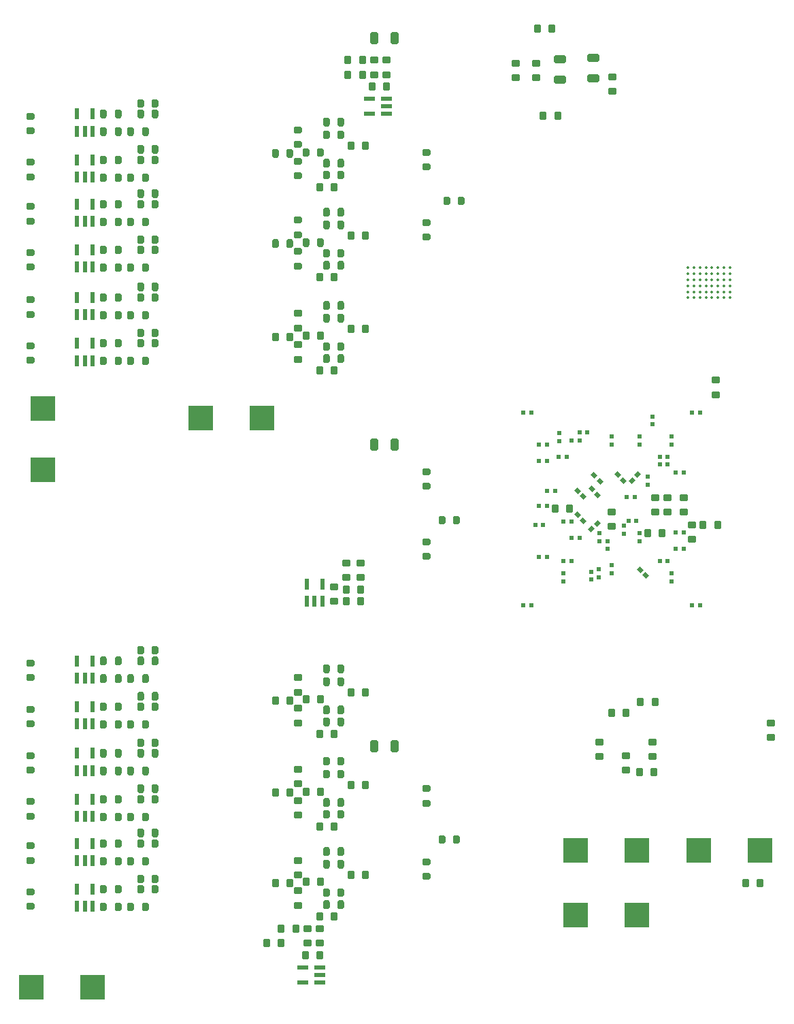
<source format=gbp>
%FSAX43Y43*%
%MOMM*%
G71*
G01*
G75*
G04 Layer_Color=128*
%ADD10C,0.175*%
%ADD11C,0.200*%
%ADD12O,1.270X0.762*%
%ADD13R,1.270X0.762*%
%ADD14O,0.700X0.400*%
G04:AMPARAMS|DCode=15|XSize=0.4mm|YSize=0.7mm|CornerRadius=0mm|HoleSize=0mm|Usage=FLASHONLY|Rotation=135.000|XOffset=0mm|YOffset=0mm|HoleType=Round|Shape=Round|*
%AMOVALD15*
21,1,0.300,0.400,0.000,0.000,225.0*
1,1,0.400,0.106,0.106*
1,1,0.400,-0.106,-0.106*
%
%ADD15OVALD15*%

%ADD16R,0.500X0.600*%
G04:AMPARAMS|DCode=17|XSize=0.8mm|YSize=1mm|CornerRadius=0.08mm|HoleSize=0mm|Usage=FLASHONLY|Rotation=90.000|XOffset=0mm|YOffset=0mm|HoleType=Round|Shape=RoundedRectangle|*
%AMROUNDEDRECTD17*
21,1,0.800,0.840,0,0,90.0*
21,1,0.640,1.000,0,0,90.0*
1,1,0.160,0.420,0.320*
1,1,0.160,0.420,-0.320*
1,1,0.160,-0.420,-0.320*
1,1,0.160,-0.420,0.320*
%
%ADD17ROUNDEDRECTD17*%
G04:AMPARAMS|DCode=18|XSize=0.8mm|YSize=1mm|CornerRadius=0.08mm|HoleSize=0mm|Usage=FLASHONLY|Rotation=0.000|XOffset=0mm|YOffset=0mm|HoleType=Round|Shape=RoundedRectangle|*
%AMROUNDEDRECTD18*
21,1,0.800,0.840,0,0,0.0*
21,1,0.640,1.000,0,0,0.0*
1,1,0.160,0.320,-0.420*
1,1,0.160,-0.320,-0.420*
1,1,0.160,-0.320,0.420*
1,1,0.160,0.320,0.420*
%
%ADD18ROUNDEDRECTD18*%
%ADD19O,2.100X6.000*%
%ADD20O,2.100X6.000*%
G04:AMPARAMS|DCode=21|XSize=1mm|YSize=2mm|CornerRadius=0.1mm|HoleSize=0mm|Usage=FLASHONLY|Rotation=90.000|XOffset=0mm|YOffset=0mm|HoleType=Round|Shape=RoundedRectangle|*
%AMROUNDEDRECTD21*
21,1,1.000,1.800,0,0,90.0*
21,1,0.800,2.000,0,0,90.0*
1,1,0.200,0.900,0.400*
1,1,0.200,0.900,-0.400*
1,1,0.200,-0.900,-0.400*
1,1,0.200,-0.900,0.400*
%
%ADD21ROUNDEDRECTD21*%
G04:AMPARAMS|DCode=22|XSize=1mm|YSize=1.5mm|CornerRadius=0.1mm|HoleSize=0mm|Usage=FLASHONLY|Rotation=0.000|XOffset=0mm|YOffset=0mm|HoleType=Round|Shape=RoundedRectangle|*
%AMROUNDEDRECTD22*
21,1,1.000,1.300,0,0,0.0*
21,1,0.800,1.500,0,0,0.0*
1,1,0.200,0.400,-0.650*
1,1,0.200,-0.400,-0.650*
1,1,0.200,-0.400,0.650*
1,1,0.200,0.400,0.650*
%
%ADD22ROUNDEDRECTD22*%
G04:AMPARAMS|DCode=23|XSize=1mm|YSize=1.5mm|CornerRadius=0.1mm|HoleSize=0mm|Usage=FLASHONLY|Rotation=90.000|XOffset=0mm|YOffset=0mm|HoleType=Round|Shape=RoundedRectangle|*
%AMROUNDEDRECTD23*
21,1,1.000,1.300,0,0,90.0*
21,1,0.800,1.500,0,0,90.0*
1,1,0.200,0.650,0.400*
1,1,0.200,0.650,-0.400*
1,1,0.200,-0.650,-0.400*
1,1,0.200,-0.650,0.400*
%
%ADD23ROUNDEDRECTD23*%
%ADD24O,1.000X0.250*%
%ADD25O,0.250X1.000*%
%ADD26R,0.250X1.000*%
%ADD27R,1.600X1.000*%
%ADD28R,5.700X5.500*%
%ADD29R,1.000X1.600*%
%ADD30R,5.500X5.700*%
%ADD31O,0.300X1.800*%
%ADD32O,1.800X0.300*%
%ADD33R,1.800X0.300*%
%ADD34R,1.400X0.450*%
%ADD35R,1.400X0.450*%
%ADD36R,1.400X0.450*%
%ADD37R,2.400X1.000*%
%ADD38R,2.400X3.300*%
%ADD39R,0.381X1.778*%
%ADD40O,0.381X1.778*%
%ADD41R,2.108X1.270*%
G04:AMPARAMS|DCode=42|XSize=2.108mm|YSize=1.27mm|CornerRadius=0mm|HoleSize=0mm|Usage=FLASHONLY|Rotation=0.000|XOffset=0mm|YOffset=0mm|HoleType=Round|Shape=Octagon|*
%AMOCTAGOND42*
4,1,8,1.054,-0.318,1.054,0.318,0.737,0.635,-0.737,0.635,-1.054,0.318,-1.054,-0.318,-0.737,-0.635,0.737,-0.635,1.054,-0.318,0.0*
%
%ADD42OCTAGOND42*%

%ADD43R,1.778X0.381*%
%ADD44O,1.778X0.381*%
%ADD45C,0.500*%
%ADD46O,0.250X0.900*%
%ADD47O,0.900X0.250*%
%ADD48R,0.900X0.250*%
%ADD49R,2.340X2.340*%
%ADD50O,1.016X0.305*%
%ADD51O,0.305X0.813*%
%ADD52O,0.305X1.016*%
%ADD53O,0.813X0.305*%
%ADD54R,0.600X0.500*%
%ADD55R,4.600X0.810*%
%ADD56R,4.600X0.610*%
%ADD57R,3.048X3.048*%
%ADD58O,0.250X1.600*%
%ADD59O,1.600X0.250*%
%ADD60R,1.600X0.250*%
%ADD61C,0.600*%
%ADD62C,0.800*%
%ADD63C,0.400*%
%ADD64C,0.150*%
%ADD65C,0.254*%
%ADD66C,0.508*%
%ADD67C,0.500*%
%ADD68C,0.300*%
%ADD69R,6.100X6.100*%
%ADD70C,1.850*%
%ADD71R,1.850X1.850*%
%ADD72C,1.800*%
%ADD73C,3.800*%
%ADD74R,1.600X1.600*%
%ADD75C,1.600*%
%ADD76C,1.575*%
%ADD77R,1.575X1.575*%
%ADD78C,3.000*%
%ADD79C,1.500*%
%ADD80C,1.690*%
%ADD81C,4.500*%
%ADD82C,1.200*%
%ADD83C,0.300*%
%ADD84C,0.600*%
%ADD85C,0.800*%
%ADD86C,1.000*%
%ADD87C,0.700*%
%ADD88C,5.000*%
%ADD89C,1.016*%
G04:AMPARAMS|DCode=90|XSize=2.2mm|YSize=2.2mm|CornerRadius=0mm|HoleSize=0mm|Usage=FLASHONLY|Rotation=0.000|XOffset=0mm|YOffset=0mm|HoleType=Round|Shape=Relief|Width=0.175mm|Gap=0.3mm|Entries=4|*
%AMTHD90*
7,0,0,2.200,1.600,0.175,45*
%
%ADD90THD90*%
%ADD91C,2.700*%
%ADD92C,1.320*%
%ADD93C,1.416*%
%ADD94C,3.400*%
%ADD95C,1.400*%
G04:AMPARAMS|DCode=96|XSize=2.29mm|YSize=2.29mm|CornerRadius=0mm|HoleSize=0mm|Usage=FLASHONLY|Rotation=0.000|XOffset=0mm|YOffset=0mm|HoleType=Round|Shape=Relief|Width=0.175mm|Gap=0.3mm|Entries=4|*
%AMTHD96*
7,0,0,2.290,1.690,0.175,45*
%
%ADD96THD96*%
%ADD97C,1.490*%
G04:AMPARAMS|DCode=98|XSize=4.4mm|YSize=4.4mm|CornerRadius=0mm|HoleSize=0mm|Usage=FLASHONLY|Rotation=0.000|XOffset=0mm|YOffset=0mm|HoleType=Round|Shape=Relief|Width=0.175mm|Gap=0.3mm|Entries=4|*
%AMTHD98*
7,0,0,4.400,3.800,0.175,45*
%
%ADD98THD98*%
G04:AMPARAMS|DCode=99|XSize=4.44mm|YSize=4.44mm|CornerRadius=0mm|HoleSize=0mm|Usage=FLASHONLY|Rotation=0.000|XOffset=0mm|YOffset=0mm|HoleType=Round|Shape=Relief|Width=0.175mm|Gap=0.3mm|Entries=4|*
%AMTHD99*
7,0,0,4.440,3.840,0.175,45*
%
%ADD99THD99*%
%ADD100C,1.100*%
%ADD101C,0.520*%
%ADD102C,0.700*%
%ADD103C,0.800*%
%ADD104C,0.900*%
%ADD105C,1.000*%
G04:AMPARAMS|DCode=106|XSize=1.6mm|YSize=1.6mm|CornerRadius=0mm|HoleSize=0mm|Usage=FLASHONLY|Rotation=0.000|XOffset=0mm|YOffset=0mm|HoleType=Round|Shape=Relief|Width=0.175mm|Gap=0.3mm|Entries=4|*
%AMTHD106*
7,0,0,1.600,1.000,0.175,45*
%
%ADD106THD106*%
%ADD107C,0.120*%
G04:AMPARAMS|DCode=108|XSize=2.3mm|YSize=2.3mm|CornerRadius=0mm|HoleSize=0mm|Usage=FLASHONLY|Rotation=0.000|XOffset=0mm|YOffset=0mm|HoleType=Round|Shape=Relief|Width=0.175mm|Gap=0.3mm|Entries=4|*
%AMTHD108*
7,0,0,2.300,1.700,0.175,45*
%
%ADD108THD108*%
G04:AMPARAMS|DCode=109|XSize=3.5mm|YSize=3.5mm|CornerRadius=0mm|HoleSize=0mm|Usage=FLASHONLY|Rotation=0.000|XOffset=0mm|YOffset=0mm|HoleType=Round|Shape=Relief|Width=0.175mm|Gap=0.3mm|Entries=4|*
%AMTHD109*
7,0,0,3.500,2.900,0.175,45*
%
%ADD109THD109*%
G04:AMPARAMS|DCode=110|XSize=2.12mm|YSize=2.12mm|CornerRadius=0mm|HoleSize=0mm|Usage=FLASHONLY|Rotation=0.000|XOffset=0mm|YOffset=0mm|HoleType=Round|Shape=Relief|Width=0.175mm|Gap=0.3mm|Entries=4|*
%AMTHD110*
7,0,0,2.120,1.520,0.175,45*
%
%ADD110THD110*%
G04:AMPARAMS|DCode=111|XSize=2.216mm|YSize=2.216mm|CornerRadius=0mm|HoleSize=0mm|Usage=FLASHONLY|Rotation=0.000|XOffset=0mm|YOffset=0mm|HoleType=Round|Shape=Relief|Width=0.175mm|Gap=0.3mm|Entries=4|*
%AMTHD111*
7,0,0,2.216,1.616,0.175,45*
%
%ADD111THD111*%
%ADD112C,3.600*%
%ADD113C,3.640*%
G04:AMPARAMS|DCode=114|XSize=1.32mm|YSize=1.32mm|CornerRadius=0mm|HoleSize=0mm|Usage=FLASHONLY|Rotation=0.000|XOffset=0mm|YOffset=0mm|HoleType=Round|Shape=Relief|Width=0.175mm|Gap=0.3mm|Entries=4|*
%AMTHD114*
7,0,0,1.320,0.720,0.175,45*
%
%ADD114THD114*%
G04:AMPARAMS|DCode=115|XSize=1.7mm|YSize=1.7mm|CornerRadius=0mm|HoleSize=0mm|Usage=FLASHONLY|Rotation=0.000|XOffset=0mm|YOffset=0mm|HoleType=Round|Shape=Relief|Width=0.175mm|Gap=0.3mm|Entries=4|*
%AMTHD115*
7,0,0,1.700,1.100,0.175,45*
%
%ADD115THD115*%
G04:AMPARAMS|DCode=116|XSize=1.9mm|YSize=1.9mm|CornerRadius=0mm|HoleSize=0mm|Usage=FLASHONLY|Rotation=0.000|XOffset=0mm|YOffset=0mm|HoleType=Round|Shape=Relief|Width=0.175mm|Gap=0.3mm|Entries=4|*
%AMTHD116*
7,0,0,1.900,1.300,0.175,45*
%
%ADD116THD116*%
%ADD117R,0.550X1.450*%
%ADD118R,0.550X1.450*%
G04:AMPARAMS|DCode=119|XSize=0.5mm|YSize=0.6mm|CornerRadius=0mm|HoleSize=0mm|Usage=FLASHONLY|Rotation=225.000|XOffset=0mm|YOffset=0mm|HoleType=Round|Shape=Rectangle|*
%AMROTATEDRECTD119*
4,1,4,-0.035,0.389,0.389,-0.035,0.035,-0.389,-0.389,0.035,-0.035,0.389,0.0*
%
%ADD119ROTATEDRECTD119*%

G04:AMPARAMS|DCode=120|XSize=0.5mm|YSize=0.6mm|CornerRadius=0mm|HoleSize=0mm|Usage=FLASHONLY|Rotation=135.000|XOffset=0mm|YOffset=0mm|HoleType=Round|Shape=Rectangle|*
%AMROTATEDRECTD120*
4,1,4,0.389,0.035,-0.035,-0.389,-0.389,-0.035,0.035,0.389,0.389,0.035,0.0*
%
%ADD120ROTATEDRECTD120*%

%ADD121O,1.016X0.508*%
%ADD122O,0.508X1.524*%
%ADD123R,3.048X3.048*%
%ADD124R,1.450X0.550*%
%ADD125R,1.450X0.550*%
%ADD126C,0.350*%
%ADD127O,0.508X1.016*%
%ADD128O,1.524X0.508*%
%ADD129R,2.200X2.200*%
G04:AMPARAMS|DCode=130|XSize=2mm|YSize=2.3mm|CornerRadius=0.5mm|HoleSize=0mm|Usage=FLASHONLY|Rotation=0.000|XOffset=0mm|YOffset=0mm|HoleType=Round|Shape=RoundedRectangle|*
%AMROUNDEDRECTD130*
21,1,2.000,1.300,0,0,0.0*
21,1,1.000,2.300,0,0,0.0*
1,1,1.000,0.500,-0.650*
1,1,1.000,-0.500,-0.650*
1,1,1.000,-0.500,0.650*
1,1,1.000,0.500,0.650*
%
%ADD130ROUNDEDRECTD130*%
%ADD131R,2.200X2.200*%
%ADD132R,6.300X6.300*%
%ADD133O,1.470X0.962*%
%ADD134R,1.470X0.962*%
%ADD135O,0.900X0.600*%
G04:AMPARAMS|DCode=136|XSize=0.6mm|YSize=0.9mm|CornerRadius=0mm|HoleSize=0mm|Usage=FLASHONLY|Rotation=135.000|XOffset=0mm|YOffset=0mm|HoleType=Round|Shape=Round|*
%AMOVALD136*
21,1,0.300,0.600,0.000,0.000,225.0*
1,1,0.600,0.106,0.106*
1,1,0.600,-0.106,-0.106*
%
%ADD136OVALD136*%

%ADD137R,0.700X0.800*%
G04:AMPARAMS|DCode=138|XSize=1mm|YSize=1.2mm|CornerRadius=0.18mm|HoleSize=0mm|Usage=FLASHONLY|Rotation=90.000|XOffset=0mm|YOffset=0mm|HoleType=Round|Shape=RoundedRectangle|*
%AMROUNDEDRECTD138*
21,1,1.000,0.840,0,0,90.0*
21,1,0.640,1.200,0,0,90.0*
1,1,0.360,0.420,0.320*
1,1,0.360,0.420,-0.320*
1,1,0.360,-0.420,-0.320*
1,1,0.360,-0.420,0.320*
%
%ADD138ROUNDEDRECTD138*%
G04:AMPARAMS|DCode=139|XSize=1mm|YSize=1.2mm|CornerRadius=0.18mm|HoleSize=0mm|Usage=FLASHONLY|Rotation=0.000|XOffset=0mm|YOffset=0mm|HoleType=Round|Shape=RoundedRectangle|*
%AMROUNDEDRECTD139*
21,1,1.000,0.840,0,0,0.0*
21,1,0.640,1.200,0,0,0.0*
1,1,0.360,0.320,-0.420*
1,1,0.360,-0.320,-0.420*
1,1,0.360,-0.320,0.420*
1,1,0.360,0.320,0.420*
%
%ADD139ROUNDEDRECTD139*%
%ADD140O,2.300X6.200*%
%ADD141O,2.300X6.200*%
G04:AMPARAMS|DCode=142|XSize=1.2mm|YSize=2.2mm|CornerRadius=0.2mm|HoleSize=0mm|Usage=FLASHONLY|Rotation=90.000|XOffset=0mm|YOffset=0mm|HoleType=Round|Shape=RoundedRectangle|*
%AMROUNDEDRECTD142*
21,1,1.200,1.800,0,0,90.0*
21,1,0.800,2.200,0,0,90.0*
1,1,0.400,0.900,0.400*
1,1,0.400,0.900,-0.400*
1,1,0.400,-0.900,-0.400*
1,1,0.400,-0.900,0.400*
%
%ADD142ROUNDEDRECTD142*%
G04:AMPARAMS|DCode=143|XSize=1.2mm|YSize=1.7mm|CornerRadius=0.2mm|HoleSize=0mm|Usage=FLASHONLY|Rotation=0.000|XOffset=0mm|YOffset=0mm|HoleType=Round|Shape=RoundedRectangle|*
%AMROUNDEDRECTD143*
21,1,1.200,1.300,0,0,0.0*
21,1,0.800,1.700,0,0,0.0*
1,1,0.400,0.400,-0.650*
1,1,0.400,-0.400,-0.650*
1,1,0.400,-0.400,0.650*
1,1,0.400,0.400,0.650*
%
%ADD143ROUNDEDRECTD143*%
G04:AMPARAMS|DCode=144|XSize=1.2mm|YSize=1.7mm|CornerRadius=0.2mm|HoleSize=0mm|Usage=FLASHONLY|Rotation=90.000|XOffset=0mm|YOffset=0mm|HoleType=Round|Shape=RoundedRectangle|*
%AMROUNDEDRECTD144*
21,1,1.200,1.300,0,0,90.0*
21,1,0.800,1.700,0,0,90.0*
1,1,0.400,0.650,0.400*
1,1,0.400,0.650,-0.400*
1,1,0.400,-0.650,-0.400*
1,1,0.400,-0.650,0.400*
%
%ADD144ROUNDEDRECTD144*%
%ADD145O,1.200X0.450*%
%ADD146O,0.450X1.200*%
%ADD147R,0.450X1.200*%
%ADD148R,1.800X1.200*%
%ADD149R,5.900X5.700*%
%ADD150R,1.200X1.800*%
%ADD151R,5.700X5.900*%
%ADD152O,0.500X2.000*%
%ADD153O,2.000X0.500*%
%ADD154R,2.000X0.500*%
%ADD155R,1.600X0.650*%
%ADD156R,1.600X0.650*%
%ADD157R,1.600X0.650*%
%ADD158R,2.600X1.200*%
%ADD159R,2.600X3.500*%
%ADD160R,0.581X1.978*%
%ADD161O,0.581X1.978*%
%ADD162R,2.308X1.470*%
G04:AMPARAMS|DCode=163|XSize=2.308mm|YSize=1.47mm|CornerRadius=0mm|HoleSize=0mm|Usage=FLASHONLY|Rotation=0.000|XOffset=0mm|YOffset=0mm|HoleType=Round|Shape=Octagon|*
%AMOCTAGOND163*
4,1,8,1.154,-0.367,1.154,0.367,0.787,0.735,-0.787,0.735,-1.154,0.367,-1.154,-0.367,-0.787,-0.735,0.787,-0.735,1.154,-0.367,0.0*
%
%ADD163OCTAGOND163*%

%ADD164R,1.978X0.581*%
%ADD165O,1.978X0.581*%
%ADD166O,0.450X1.100*%
%ADD167O,1.100X0.450*%
%ADD168R,1.100X0.450*%
%ADD169R,2.540X2.540*%
%ADD170O,1.216X0.505*%
%ADD171O,0.505X1.013*%
%ADD172O,0.505X1.216*%
%ADD173O,1.013X0.505*%
%ADD174R,0.800X0.700*%
%ADD175R,4.800X1.010*%
%ADD176R,4.800X0.810*%
%ADD177R,3.248X3.248*%
%ADD178O,0.450X1.800*%
%ADD179O,1.800X0.450*%
%ADD180R,1.800X0.450*%
%ADD181C,2.050*%
%ADD182R,2.050X2.050*%
%ADD183C,2.000*%
%ADD184C,4.000*%
%ADD185R,1.800X1.800*%
%ADD186C,1.775*%
%ADD187R,1.775X1.775*%
%ADD188C,3.200*%
%ADD189C,1.700*%
%ADD190C,1.890*%
%ADD191C,4.700*%
%ADD192C,0.900*%
%ADD193C,5.200*%
%ADD194R,0.750X1.650*%
%ADD195R,0.750X1.650*%
G04:AMPARAMS|DCode=196|XSize=0.7mm|YSize=0.8mm|CornerRadius=0mm|HoleSize=0mm|Usage=FLASHONLY|Rotation=225.000|XOffset=0mm|YOffset=0mm|HoleType=Round|Shape=Rectangle|*
%AMROTATEDRECTD196*
4,1,4,-0.035,0.530,0.530,-0.035,0.035,-0.530,-0.530,0.035,-0.035,0.530,0.0*
%
%ADD196ROTATEDRECTD196*%

G04:AMPARAMS|DCode=197|XSize=0.7mm|YSize=0.8mm|CornerRadius=0mm|HoleSize=0mm|Usage=FLASHONLY|Rotation=135.000|XOffset=0mm|YOffset=0mm|HoleType=Round|Shape=Rectangle|*
%AMROTATEDRECTD197*
4,1,4,0.530,0.035,-0.035,-0.530,-0.530,-0.035,0.035,0.530,0.530,0.035,0.0*
%
%ADD197ROTATEDRECTD197*%

%ADD198O,1.216X0.708*%
%ADD199O,0.708X1.724*%
%ADD200R,3.248X3.248*%
%ADD201R,1.650X0.750*%
%ADD202R,1.650X0.750*%
%ADD203C,0.550*%
%ADD204O,0.708X1.216*%
%ADD205O,1.724X0.708*%
G54D16*
X0144500Y0119000D02*
D03*
X0144500Y0120000D02*
D03*
X0139500Y0120000D02*
D03*
X0139500Y0119000D02*
D03*
X0142500Y0119900D02*
D03*
X0142500Y0120900D02*
D03*
X0144500Y0131000D02*
D03*
X0144500Y0132000D02*
D03*
X0148500Y0131000D02*
D03*
X0148500Y0132000D02*
D03*
X0141000Y0115000D02*
D03*
X0141000Y0116000D02*
D03*
X0138500Y0115200D02*
D03*
X0138500Y0114200D02*
D03*
X0141000Y0131000D02*
D03*
X0141000Y0132000D02*
D03*
X0148500Y0115000D02*
D03*
X0148500Y0114000D02*
D03*
X0135000Y0115000D02*
D03*
X0135000Y0114000D02*
D03*
X0140500Y0118000D02*
D03*
X0140500Y0119000D02*
D03*
X0145500Y0126000D02*
D03*
X0145500Y0127000D02*
D03*
X0146100Y0134500D02*
D03*
X0146100Y0133500D02*
D03*
X0139400Y0115500D02*
D03*
X0139400Y0114500D02*
D03*
X0134500Y0131400D02*
D03*
X0134500Y0132400D02*
D03*
G54D17*
X0150000Y0124400D02*
D03*
X0150000Y0122600D02*
D03*
X0151000Y0119200D02*
D03*
X0151000Y0121000D02*
D03*
X0148000Y0124400D02*
D03*
X0148000Y0122600D02*
D03*
X0154000Y0137200D02*
D03*
X0154000Y0139000D02*
D03*
X0141000Y0120800D02*
D03*
X0141000Y0122600D02*
D03*
X0102000Y0100200D02*
D03*
X0102000Y0102000D02*
D03*
X0102000Y0145500D02*
D03*
X0102000Y0147300D02*
D03*
X0102000Y0098200D02*
D03*
X0102000Y0096400D02*
D03*
X0102000Y0143400D02*
D03*
X0102000Y0141600D02*
D03*
X0102000Y0077500D02*
D03*
X0102000Y0079300D02*
D03*
X0102000Y0088800D02*
D03*
X0102000Y0090600D02*
D03*
X0102000Y0075500D02*
D03*
X0102000Y0073700D02*
D03*
X0102000Y0086700D02*
D03*
X0102000Y0084900D02*
D03*
X0141100Y0174900D02*
D03*
X0141100Y0176700D02*
D03*
X0129100Y0178400D02*
D03*
X0129100Y0176600D02*
D03*
X0131600Y0178400D02*
D03*
X0131600Y0176600D02*
D03*
X0103200Y0069000D02*
D03*
X0103200Y0070800D02*
D03*
X0104700Y0069000D02*
D03*
X0104700Y0070800D02*
D03*
X0111500Y0177000D02*
D03*
X0111500Y0178800D02*
D03*
X0113000Y0177000D02*
D03*
X0113000Y0178800D02*
D03*
X0142800Y0092300D02*
D03*
X0142800Y0090500D02*
D03*
X0139500Y0092200D02*
D03*
X0139500Y0094000D02*
D03*
X0146100Y0092200D02*
D03*
X0146100Y0094000D02*
D03*
X0108000Y0116300D02*
D03*
X0108000Y0114500D02*
D03*
X0109800Y0114500D02*
D03*
X0109800Y0116300D02*
D03*
X0106500Y0111500D02*
D03*
X0106500Y0113300D02*
D03*
X0146400Y0124400D02*
D03*
X0146400Y0122600D02*
D03*
X0160800Y0094600D02*
D03*
X0160800Y0096400D02*
D03*
G54D18*
X0146300Y0090300D02*
D03*
X0144500Y0090300D02*
D03*
X0154200Y0121000D02*
D03*
X0152400Y0121000D02*
D03*
X0145500Y0120000D02*
D03*
X0147300Y0120000D02*
D03*
X0135800Y0123000D02*
D03*
X0134000Y0123000D02*
D03*
X0134300Y0171900D02*
D03*
X0132500Y0171900D02*
D03*
X0146400Y0099000D02*
D03*
X0144600Y0099000D02*
D03*
X0159500Y0076500D02*
D03*
X0157700Y0076500D02*
D03*
X0106500Y0151800D02*
D03*
X0104700Y0151800D02*
D03*
X0110400Y0157000D02*
D03*
X0108600Y0157000D02*
D03*
X0106500Y0163000D02*
D03*
X0104700Y0163000D02*
D03*
X0110400Y0168200D02*
D03*
X0108600Y0168200D02*
D03*
X0103000Y0099300D02*
D03*
X0104800Y0099300D02*
D03*
X0103000Y0144500D02*
D03*
X0104800Y0144500D02*
D03*
X0101000Y0099200D02*
D03*
X0099200Y0099200D02*
D03*
X0101000Y0144400D02*
D03*
X0099200Y0144400D02*
D03*
X0106500Y0095000D02*
D03*
X0104700Y0095000D02*
D03*
X0110400Y0100200D02*
D03*
X0108600Y0100200D02*
D03*
X0106500Y0140200D02*
D03*
X0104700Y0140200D02*
D03*
X0110400Y0145400D02*
D03*
X0108600Y0145400D02*
D03*
X0103000Y0076600D02*
D03*
X0104800Y0076600D02*
D03*
X0103000Y0087800D02*
D03*
X0104800Y0087800D02*
D03*
X0101000Y0076500D02*
D03*
X0099200Y0076500D02*
D03*
X0101000Y0087700D02*
D03*
X0099200Y0087700D02*
D03*
X0106500Y0072300D02*
D03*
X0104700Y0072300D02*
D03*
X0110400Y0077500D02*
D03*
X0108600Y0077500D02*
D03*
X0106500Y0083500D02*
D03*
X0104700Y0083500D02*
D03*
X0110400Y0088700D02*
D03*
X0108600Y0088700D02*
D03*
X0131800Y0182700D02*
D03*
X0133600Y0182700D02*
D03*
X0099900Y0069000D02*
D03*
X0098100Y0069000D02*
D03*
X0101700Y0070800D02*
D03*
X0099900Y0070800D02*
D03*
X0104700Y0067500D02*
D03*
X0102900Y0067500D02*
D03*
X0108200Y0177000D02*
D03*
X0110000Y0177000D02*
D03*
X0110000Y0178800D02*
D03*
X0108200Y0178800D02*
D03*
X0113000Y0175500D02*
D03*
X0111200Y0175500D02*
D03*
X0141000Y0097600D02*
D03*
X0142800Y0097600D02*
D03*
X0108000Y0113000D02*
D03*
X0109800Y0113000D02*
D03*
X0108000Y0111500D02*
D03*
X0109800Y0111500D02*
D03*
G54D50*
X0068700Y0075400D02*
D03*
X0068700Y0073600D02*
D03*
X0068700Y0075146D02*
D03*
X0068700Y0075654D02*
D03*
X0068700Y0073854D02*
D03*
X0068700Y0073346D02*
D03*
X0068700Y0096046D02*
D03*
X0068700Y0096554D02*
D03*
X0068700Y0098354D02*
D03*
X0068700Y0097846D02*
D03*
X0068700Y0096300D02*
D03*
X0068700Y0098100D02*
D03*
X0068700Y0154900D02*
D03*
X0068700Y0153100D02*
D03*
X0068700Y0154646D02*
D03*
X0068700Y0155154D02*
D03*
X0068700Y0153354D02*
D03*
X0068700Y0152846D02*
D03*
X0068700Y0079046D02*
D03*
X0068700Y0079554D02*
D03*
X0068700Y0081354D02*
D03*
X0068700Y0080846D02*
D03*
X0068700Y0079300D02*
D03*
X0068700Y0081100D02*
D03*
X0068700Y0103800D02*
D03*
X0068700Y0102000D02*
D03*
X0068700Y0103546D02*
D03*
X0068700Y0104054D02*
D03*
X0068700Y0102254D02*
D03*
X0068700Y0101746D02*
D03*
X0068700Y0158546D02*
D03*
X0068700Y0159054D02*
D03*
X0068700Y0160854D02*
D03*
X0068700Y0160346D02*
D03*
X0068700Y0158800D02*
D03*
X0068700Y0160600D02*
D03*
X0068700Y0086600D02*
D03*
X0068700Y0084800D02*
D03*
X0068700Y0086346D02*
D03*
X0068700Y0086854D02*
D03*
X0068700Y0085054D02*
D03*
X0068700Y0084546D02*
D03*
X0068700Y0141246D02*
D03*
X0068700Y0141754D02*
D03*
X0068700Y0143554D02*
D03*
X0068700Y0143046D02*
D03*
X0068700Y0141500D02*
D03*
X0068700Y0143300D02*
D03*
X0068700Y0166100D02*
D03*
X0068700Y0164300D02*
D03*
X0068700Y0165846D02*
D03*
X0068700Y0166354D02*
D03*
X0068700Y0164554D02*
D03*
X0068700Y0164046D02*
D03*
X0068700Y0090246D02*
D03*
X0068700Y0090754D02*
D03*
X0068700Y0092554D02*
D03*
X0068700Y0092046D02*
D03*
X0068700Y0090500D02*
D03*
X0068700Y0092300D02*
D03*
X0068700Y0149000D02*
D03*
X0068700Y0147200D02*
D03*
X0068700Y0148746D02*
D03*
X0068700Y0149254D02*
D03*
X0068700Y0147454D02*
D03*
X0068700Y0146946D02*
D03*
X0068700Y0169746D02*
D03*
X0068700Y0170254D02*
D03*
X0068700Y0172054D02*
D03*
X0068700Y0171546D02*
D03*
X0068700Y0170000D02*
D03*
X0068700Y0171800D02*
D03*
X0118000Y0079100D02*
D03*
X0118000Y0077300D02*
D03*
X0118000Y0078846D02*
D03*
X0118000Y0079354D02*
D03*
X0118000Y0077554D02*
D03*
X0118000Y0077046D02*
D03*
X0118000Y0116846D02*
D03*
X0118000Y0117354D02*
D03*
X0118000Y0119154D02*
D03*
X0118000Y0118646D02*
D03*
X0118000Y0117100D02*
D03*
X0118000Y0118900D02*
D03*
X0118000Y0158600D02*
D03*
X0118000Y0156800D02*
D03*
X0118000Y0158346D02*
D03*
X0118000Y0158854D02*
D03*
X0118000Y0157054D02*
D03*
X0118000Y0156546D02*
D03*
X0118000Y0086400D02*
D03*
X0118000Y0088200D02*
D03*
X0118000Y0086654D02*
D03*
X0118000Y0086146D02*
D03*
X0118000Y0087946D02*
D03*
X0118000Y0088454D02*
D03*
X0118000Y0127854D02*
D03*
X0118000Y0127346D02*
D03*
X0118000Y0125546D02*
D03*
X0118000Y0126054D02*
D03*
X0118000Y0127600D02*
D03*
X0118000Y0125800D02*
D03*
X0118000Y0165500D02*
D03*
X0118000Y0167300D02*
D03*
X0118000Y0165754D02*
D03*
X0118000Y0165246D02*
D03*
X0118000Y0167046D02*
D03*
X0118000Y0167554D02*
D03*
X0102000Y0159154D02*
D03*
X0102000Y0158646D02*
D03*
X0102000Y0156846D02*
D03*
X0102000Y0157354D02*
D03*
X0102000Y0158900D02*
D03*
X0102000Y0157100D02*
D03*
X0102000Y0170354D02*
D03*
X0102000Y0169846D02*
D03*
X0102000Y0168046D02*
D03*
X0102000Y0168554D02*
D03*
X0102000Y0170100D02*
D03*
X0102000Y0168300D02*
D03*
X0102000Y0152946D02*
D03*
X0102000Y0153454D02*
D03*
X0102000Y0155254D02*
D03*
X0102000Y0154746D02*
D03*
X0102000Y0153200D02*
D03*
X0102000Y0155000D02*
D03*
X0102000Y0164146D02*
D03*
X0102000Y0164654D02*
D03*
X0102000Y0166454D02*
D03*
X0102000Y0165946D02*
D03*
X0102000Y0164400D02*
D03*
X0102000Y0166200D02*
D03*
G54D51*
X0069056Y0075400D02*
D03*
X0068344Y0075400D02*
D03*
X0068344Y0073600D02*
D03*
X0069056Y0073600D02*
D03*
X0069056Y0096300D02*
D03*
X0068344Y0096300D02*
D03*
X0068344Y0098100D02*
D03*
X0069056Y0098100D02*
D03*
X0069056Y0154900D02*
D03*
X0068344Y0154900D02*
D03*
X0068344Y0153100D02*
D03*
X0069056Y0153100D02*
D03*
X0069056Y0079300D02*
D03*
X0068344Y0079300D02*
D03*
X0068344Y0081100D02*
D03*
X0069056Y0081100D02*
D03*
X0069056Y0103800D02*
D03*
X0068344Y0103800D02*
D03*
X0068344Y0102000D02*
D03*
X0069056Y0102000D02*
D03*
X0069056Y0158800D02*
D03*
X0068344Y0158800D02*
D03*
X0068344Y0160600D02*
D03*
X0069056Y0160600D02*
D03*
X0069056Y0086600D02*
D03*
X0068344Y0086600D02*
D03*
X0068344Y0084800D02*
D03*
X0069056Y0084800D02*
D03*
X0069056Y0141500D02*
D03*
X0068344Y0141500D02*
D03*
X0068344Y0143300D02*
D03*
X0069056Y0143300D02*
D03*
X0069056Y0166100D02*
D03*
X0068344Y0166100D02*
D03*
X0068344Y0164300D02*
D03*
X0069056Y0164300D02*
D03*
X0069056Y0090500D02*
D03*
X0068344Y0090500D02*
D03*
X0068344Y0092300D02*
D03*
X0069056Y0092300D02*
D03*
X0069056Y0149000D02*
D03*
X0068344Y0149000D02*
D03*
X0068344Y0147200D02*
D03*
X0069056Y0147200D02*
D03*
X0069056Y0170000D02*
D03*
X0068344Y0170000D02*
D03*
X0068344Y0171800D02*
D03*
X0069056Y0171800D02*
D03*
X0118356Y0079100D02*
D03*
X0117644Y0079100D02*
D03*
X0117644Y0077300D02*
D03*
X0118356Y0077300D02*
D03*
X0118356Y0117100D02*
D03*
X0117644Y0117100D02*
D03*
X0117644Y0118900D02*
D03*
X0118356Y0118900D02*
D03*
X0118356Y0158600D02*
D03*
X0117644Y0158600D02*
D03*
X0117644Y0156800D02*
D03*
X0118356Y0156800D02*
D03*
X0117644Y0086400D02*
D03*
X0118356Y0086400D02*
D03*
X0118356Y0088200D02*
D03*
X0117644Y0088200D02*
D03*
X0117644Y0127600D02*
D03*
X0118356Y0127600D02*
D03*
X0118356Y0125800D02*
D03*
X0117644Y0125800D02*
D03*
X0117644Y0165500D02*
D03*
X0118356Y0165500D02*
D03*
X0118356Y0167300D02*
D03*
X0117644Y0167300D02*
D03*
X0101644Y0158900D02*
D03*
X0102356Y0158900D02*
D03*
X0102356Y0157100D02*
D03*
X0101644Y0157100D02*
D03*
X0101644Y0170100D02*
D03*
X0102356Y0170100D02*
D03*
X0102356Y0168300D02*
D03*
X0101644Y0168300D02*
D03*
X0102356Y0153200D02*
D03*
X0101644Y0153200D02*
D03*
X0101644Y0155000D02*
D03*
X0102356Y0155000D02*
D03*
X0102356Y0164400D02*
D03*
X0101644Y0164400D02*
D03*
X0101644Y0166200D02*
D03*
X0102356Y0166200D02*
D03*
G54D52*
X0081200Y0073500D02*
D03*
X0083000Y0073500D02*
D03*
X0081454Y0073500D02*
D03*
X0080946Y0073500D02*
D03*
X0082746Y0073500D02*
D03*
X0083254Y0073500D02*
D03*
X0083254Y0096200D02*
D03*
X0082746Y0096200D02*
D03*
X0080946Y0096200D02*
D03*
X0081454Y0096200D02*
D03*
X0083000Y0096200D02*
D03*
X0081200Y0096200D02*
D03*
X0081200Y0153000D02*
D03*
X0083000Y0153000D02*
D03*
X0081454Y0153000D02*
D03*
X0080946Y0153000D02*
D03*
X0082746Y0153000D02*
D03*
X0083254Y0153000D02*
D03*
X0081200Y0079200D02*
D03*
X0083000Y0079200D02*
D03*
X0081454Y0079200D02*
D03*
X0080946Y0079200D02*
D03*
X0082746Y0079200D02*
D03*
X0083254Y0079200D02*
D03*
X0083254Y0101900D02*
D03*
X0082746Y0101900D02*
D03*
X0080946Y0101900D02*
D03*
X0081454Y0101900D02*
D03*
X0083000Y0101900D02*
D03*
X0081200Y0101900D02*
D03*
X0081200Y0158700D02*
D03*
X0083000Y0158700D02*
D03*
X0081454Y0158700D02*
D03*
X0080946Y0158700D02*
D03*
X0082746Y0158700D02*
D03*
X0083254Y0158700D02*
D03*
X0081200Y0084700D02*
D03*
X0083000Y0084700D02*
D03*
X0081454Y0084700D02*
D03*
X0080946Y0084700D02*
D03*
X0082746Y0084700D02*
D03*
X0083254Y0084700D02*
D03*
X0083254Y0141400D02*
D03*
X0082746Y0141400D02*
D03*
X0080946Y0141400D02*
D03*
X0081454Y0141400D02*
D03*
X0083000Y0141400D02*
D03*
X0081200Y0141400D02*
D03*
X0081200Y0164200D02*
D03*
X0083000Y0164200D02*
D03*
X0081454Y0164200D02*
D03*
X0080946Y0164200D02*
D03*
X0082746Y0164200D02*
D03*
X0083254Y0164200D02*
D03*
X0081200Y0090400D02*
D03*
X0083000Y0090400D02*
D03*
X0081454Y0090400D02*
D03*
X0080946Y0090400D02*
D03*
X0082746Y0090400D02*
D03*
X0083254Y0090400D02*
D03*
X0083254Y0147100D02*
D03*
X0082746Y0147100D02*
D03*
X0080946Y0147100D02*
D03*
X0081454Y0147100D02*
D03*
X0083000Y0147100D02*
D03*
X0081200Y0147100D02*
D03*
X0081200Y0169900D02*
D03*
X0083000Y0169900D02*
D03*
X0081454Y0169900D02*
D03*
X0080946Y0169900D02*
D03*
X0082746Y0169900D02*
D03*
X0083254Y0169900D02*
D03*
X0084200Y0077000D02*
D03*
X0082400Y0077000D02*
D03*
X0083946Y0077000D02*
D03*
X0084454Y0077000D02*
D03*
X0082654Y0077000D02*
D03*
X0082146Y0077000D02*
D03*
X0082146Y0099700D02*
D03*
X0082654Y0099700D02*
D03*
X0084454Y0099700D02*
D03*
X0083946Y0099700D02*
D03*
X0082400Y0099700D02*
D03*
X0084200Y0099700D02*
D03*
X0084200Y0156500D02*
D03*
X0082400Y0156500D02*
D03*
X0083946Y0156500D02*
D03*
X0084454Y0156500D02*
D03*
X0082654Y0156500D02*
D03*
X0082146Y0156500D02*
D03*
X0082146Y0082700D02*
D03*
X0082654Y0082700D02*
D03*
X0084454Y0082700D02*
D03*
X0083946Y0082700D02*
D03*
X0082400Y0082700D02*
D03*
X0084200Y0082700D02*
D03*
X0084200Y0105400D02*
D03*
X0082400Y0105400D02*
D03*
X0083946Y0105400D02*
D03*
X0084454Y0105400D02*
D03*
X0082654Y0105400D02*
D03*
X0082146Y0105400D02*
D03*
X0082146Y0162200D02*
D03*
X0082654Y0162200D02*
D03*
X0084454Y0162200D02*
D03*
X0083946Y0162200D02*
D03*
X0082400Y0162200D02*
D03*
X0084200Y0162200D02*
D03*
X0084200Y0088200D02*
D03*
X0082400Y0088200D02*
D03*
X0083946Y0088200D02*
D03*
X0084454Y0088200D02*
D03*
X0082654Y0088200D02*
D03*
X0082146Y0088200D02*
D03*
X0082146Y0144900D02*
D03*
X0082654Y0144900D02*
D03*
X0084454Y0144900D02*
D03*
X0083946Y0144900D02*
D03*
X0082400Y0144900D02*
D03*
X0084200Y0144900D02*
D03*
X0084200Y0167700D02*
D03*
X0082400Y0167700D02*
D03*
X0083946Y0167700D02*
D03*
X0084454Y0167700D02*
D03*
X0082654Y0167700D02*
D03*
X0082146Y0167700D02*
D03*
X0082146Y0093900D02*
D03*
X0082654Y0093900D02*
D03*
X0084454Y0093900D02*
D03*
X0083946Y0093900D02*
D03*
X0082400Y0093900D02*
D03*
X0084200Y0093900D02*
D03*
X0084200Y0150600D02*
D03*
X0082400Y0150600D02*
D03*
X0083946Y0150600D02*
D03*
X0084454Y0150600D02*
D03*
X0082654Y0150600D02*
D03*
X0082146Y0150600D02*
D03*
X0082146Y0173400D02*
D03*
X0082654Y0173400D02*
D03*
X0084454Y0173400D02*
D03*
X0083946Y0173400D02*
D03*
X0082400Y0173400D02*
D03*
X0084200Y0173400D02*
D03*
X0077800Y0075700D02*
D03*
X0079600Y0075700D02*
D03*
X0078054Y0075700D02*
D03*
X0077546Y0075700D02*
D03*
X0079346Y0075700D02*
D03*
X0079854Y0075700D02*
D03*
X0079854Y0098400D02*
D03*
X0079346Y0098400D02*
D03*
X0077546Y0098400D02*
D03*
X0078054Y0098400D02*
D03*
X0079600Y0098400D02*
D03*
X0077800Y0098400D02*
D03*
X0077800Y0155200D02*
D03*
X0079600Y0155200D02*
D03*
X0078054Y0155200D02*
D03*
X0077546Y0155200D02*
D03*
X0079346Y0155200D02*
D03*
X0079854Y0155200D02*
D03*
X0079854Y0081400D02*
D03*
X0079346Y0081400D02*
D03*
X0077546Y0081400D02*
D03*
X0078054Y0081400D02*
D03*
X0079600Y0081400D02*
D03*
X0077800Y0081400D02*
D03*
X0077800Y0104100D02*
D03*
X0079600Y0104100D02*
D03*
X0078054Y0104100D02*
D03*
X0077546Y0104100D02*
D03*
X0079346Y0104100D02*
D03*
X0079854Y0104100D02*
D03*
X0079854Y0160900D02*
D03*
X0079346Y0160900D02*
D03*
X0077546Y0160900D02*
D03*
X0078054Y0160900D02*
D03*
X0079600Y0160900D02*
D03*
X0077800Y0160900D02*
D03*
X0077800Y0086900D02*
D03*
X0079600Y0086900D02*
D03*
X0078054Y0086900D02*
D03*
X0077546Y0086900D02*
D03*
X0079346Y0086900D02*
D03*
X0079854Y0086900D02*
D03*
X0079854Y0143600D02*
D03*
X0079346Y0143600D02*
D03*
X0077546Y0143600D02*
D03*
X0078054Y0143600D02*
D03*
X0079600Y0143600D02*
D03*
X0077800Y0143600D02*
D03*
X0077800Y0166400D02*
D03*
X0079600Y0166400D02*
D03*
X0078054Y0166400D02*
D03*
X0077546Y0166400D02*
D03*
X0079346Y0166400D02*
D03*
X0079854Y0166400D02*
D03*
X0079854Y0092600D02*
D03*
X0079346Y0092600D02*
D03*
X0077546Y0092600D02*
D03*
X0078054Y0092600D02*
D03*
X0079600Y0092600D02*
D03*
X0077800Y0092600D02*
D03*
X0077800Y0149300D02*
D03*
X0079600Y0149300D02*
D03*
X0078054Y0149300D02*
D03*
X0077546Y0149300D02*
D03*
X0079346Y0149300D02*
D03*
X0079854Y0149300D02*
D03*
X0079854Y0172100D02*
D03*
X0079346Y0172100D02*
D03*
X0077546Y0172100D02*
D03*
X0078054Y0172100D02*
D03*
X0079600Y0172100D02*
D03*
X0077800Y0172100D02*
D03*
X0121954Y0081900D02*
D03*
X0121446Y0081900D02*
D03*
X0119646Y0081900D02*
D03*
X0120154Y0081900D02*
D03*
X0121700Y0081900D02*
D03*
X0119900Y0081900D02*
D03*
X0119900Y0121600D02*
D03*
X0121700Y0121600D02*
D03*
X0120154Y0121600D02*
D03*
X0119646Y0121600D02*
D03*
X0121446Y0121600D02*
D03*
X0121954Y0121600D02*
D03*
X0122554Y0161300D02*
D03*
X0122046Y0161300D02*
D03*
X0120246Y0161300D02*
D03*
X0120754Y0161300D02*
D03*
X0122300Y0161300D02*
D03*
X0120500Y0161300D02*
D03*
X0103000Y0167300D02*
D03*
X0104800Y0167300D02*
D03*
X0103254Y0167300D02*
D03*
X0102746Y0167300D02*
D03*
X0104546Y0167300D02*
D03*
X0105054Y0167300D02*
D03*
X0103000Y0156100D02*
D03*
X0104800Y0156100D02*
D03*
X0103254Y0156100D02*
D03*
X0102746Y0156100D02*
D03*
X0104546Y0156100D02*
D03*
X0105054Y0156100D02*
D03*
X0101000Y0156000D02*
D03*
X0099200Y0156000D02*
D03*
X0100746Y0156000D02*
D03*
X0101254Y0156000D02*
D03*
X0099454Y0156000D02*
D03*
X0098946Y0156000D02*
D03*
X0101000Y0167200D02*
D03*
X0099200Y0167200D02*
D03*
X0100746Y0167200D02*
D03*
X0101254Y0167200D02*
D03*
X0099454Y0167200D02*
D03*
X0098946Y0167200D02*
D03*
X0082146Y0075700D02*
D03*
X0082654Y0075700D02*
D03*
X0084454Y0075700D02*
D03*
X0083946Y0075700D02*
D03*
X0082400Y0075700D02*
D03*
X0084200Y0075700D02*
D03*
X0084200Y0098400D02*
D03*
X0082400Y0098400D02*
D03*
X0083946Y0098400D02*
D03*
X0084454Y0098400D02*
D03*
X0082654Y0098400D02*
D03*
X0082146Y0098400D02*
D03*
X0082146Y0155200D02*
D03*
X0082654Y0155200D02*
D03*
X0084454Y0155200D02*
D03*
X0083946Y0155200D02*
D03*
X0082400Y0155200D02*
D03*
X0084200Y0155200D02*
D03*
X0084200Y0081400D02*
D03*
X0082400Y0081400D02*
D03*
X0083946Y0081400D02*
D03*
X0084454Y0081400D02*
D03*
X0082654Y0081400D02*
D03*
X0082146Y0081400D02*
D03*
X0082146Y0104100D02*
D03*
X0082654Y0104100D02*
D03*
X0084454Y0104100D02*
D03*
X0083946Y0104100D02*
D03*
X0082400Y0104100D02*
D03*
X0084200Y0104100D02*
D03*
X0084200Y0160900D02*
D03*
X0082400Y0160900D02*
D03*
X0083946Y0160900D02*
D03*
X0084454Y0160900D02*
D03*
X0082654Y0160900D02*
D03*
X0082146Y0160900D02*
D03*
X0082146Y0086900D02*
D03*
X0082654Y0086900D02*
D03*
X0084454Y0086900D02*
D03*
X0083946Y0086900D02*
D03*
X0082400Y0086900D02*
D03*
X0084200Y0086900D02*
D03*
X0084200Y0143600D02*
D03*
X0082400Y0143600D02*
D03*
X0083946Y0143600D02*
D03*
X0084454Y0143600D02*
D03*
X0082654Y0143600D02*
D03*
X0082146Y0143600D02*
D03*
X0082146Y0166400D02*
D03*
X0082654Y0166400D02*
D03*
X0084454Y0166400D02*
D03*
X0083946Y0166400D02*
D03*
X0082400Y0166400D02*
D03*
X0084200Y0166400D02*
D03*
X0084200Y0092600D02*
D03*
X0082400Y0092600D02*
D03*
X0083946Y0092600D02*
D03*
X0084454Y0092600D02*
D03*
X0082654Y0092600D02*
D03*
X0082146Y0092600D02*
D03*
X0082146Y0149300D02*
D03*
X0082654Y0149300D02*
D03*
X0084454Y0149300D02*
D03*
X0083946Y0149300D02*
D03*
X0082400Y0149300D02*
D03*
X0084200Y0149300D02*
D03*
X0084200Y0172100D02*
D03*
X0082400Y0172100D02*
D03*
X0083946Y0172100D02*
D03*
X0084454Y0172100D02*
D03*
X0082654Y0172100D02*
D03*
X0082146Y0172100D02*
D03*
X0079854Y0073500D02*
D03*
X0079346Y0073500D02*
D03*
X0077546Y0073500D02*
D03*
X0078054Y0073500D02*
D03*
X0079600Y0073500D02*
D03*
X0077800Y0073500D02*
D03*
X0077800Y0096200D02*
D03*
X0079600Y0096200D02*
D03*
X0078054Y0096200D02*
D03*
X0077546Y0096200D02*
D03*
X0079346Y0096200D02*
D03*
X0079854Y0096200D02*
D03*
X0079854Y0153000D02*
D03*
X0079346Y0153000D02*
D03*
X0077546Y0153000D02*
D03*
X0078054Y0153000D02*
D03*
X0079600Y0153000D02*
D03*
X0077800Y0153000D02*
D03*
X0077800Y0079200D02*
D03*
X0079600Y0079200D02*
D03*
X0078054Y0079200D02*
D03*
X0077546Y0079200D02*
D03*
X0079346Y0079200D02*
D03*
X0079854Y0079200D02*
D03*
X0079854Y0101900D02*
D03*
X0079346Y0101900D02*
D03*
X0077546Y0101900D02*
D03*
X0078054Y0101900D02*
D03*
X0079600Y0101900D02*
D03*
X0077800Y0101900D02*
D03*
X0077800Y0158700D02*
D03*
X0079600Y0158700D02*
D03*
X0078054Y0158700D02*
D03*
X0077546Y0158700D02*
D03*
X0079346Y0158700D02*
D03*
X0079854Y0158700D02*
D03*
X0079854Y0084700D02*
D03*
X0079346Y0084700D02*
D03*
X0077546Y0084700D02*
D03*
X0078054Y0084700D02*
D03*
X0079600Y0084700D02*
D03*
X0077800Y0084700D02*
D03*
X0077800Y0141400D02*
D03*
X0079600Y0141400D02*
D03*
X0078054Y0141400D02*
D03*
X0077546Y0141400D02*
D03*
X0079346Y0141400D02*
D03*
X0079854Y0141400D02*
D03*
X0079854Y0164200D02*
D03*
X0079346Y0164200D02*
D03*
X0077546Y0164200D02*
D03*
X0078054Y0164200D02*
D03*
X0079600Y0164200D02*
D03*
X0077800Y0164200D02*
D03*
X0077800Y0090400D02*
D03*
X0079600Y0090400D02*
D03*
X0078054Y0090400D02*
D03*
X0077546Y0090400D02*
D03*
X0079346Y0090400D02*
D03*
X0079854Y0090400D02*
D03*
X0079854Y0147100D02*
D03*
X0079346Y0147100D02*
D03*
X0077546Y0147100D02*
D03*
X0078054Y0147100D02*
D03*
X0079600Y0147100D02*
D03*
X0077800Y0147100D02*
D03*
X0077800Y0169900D02*
D03*
X0079600Y0169900D02*
D03*
X0078054Y0169900D02*
D03*
X0077546Y0169900D02*
D03*
X0079346Y0169900D02*
D03*
X0079854Y0169900D02*
D03*
X0105500Y0073800D02*
D03*
X0107300Y0073800D02*
D03*
X0105754Y0073800D02*
D03*
X0105246Y0073800D02*
D03*
X0107046Y0073800D02*
D03*
X0107554Y0073800D02*
D03*
X0107554Y0096500D02*
D03*
X0107046Y0096500D02*
D03*
X0105246Y0096500D02*
D03*
X0105754Y0096500D02*
D03*
X0107300Y0096500D02*
D03*
X0105500Y0096500D02*
D03*
X0105500Y0153300D02*
D03*
X0107300Y0153300D02*
D03*
X0105754Y0153300D02*
D03*
X0105246Y0153300D02*
D03*
X0107046Y0153300D02*
D03*
X0107554Y0153300D02*
D03*
X0105246Y0075300D02*
D03*
X0105754Y0075300D02*
D03*
X0107554Y0075300D02*
D03*
X0107046Y0075300D02*
D03*
X0105500Y0075300D02*
D03*
X0107300Y0075300D02*
D03*
X0107300Y0098000D02*
D03*
X0105500Y0098000D02*
D03*
X0107046Y0098000D02*
D03*
X0107554Y0098000D02*
D03*
X0105754Y0098000D02*
D03*
X0105246Y0098000D02*
D03*
X0105246Y0154800D02*
D03*
X0105754Y0154800D02*
D03*
X0107554Y0154800D02*
D03*
X0107046Y0154800D02*
D03*
X0105500Y0154800D02*
D03*
X0107300Y0154800D02*
D03*
X0105532Y0078800D02*
D03*
X0107332Y0078800D02*
D03*
X0105786Y0078800D02*
D03*
X0105278Y0078800D02*
D03*
X0107078Y0078800D02*
D03*
X0107586Y0078800D02*
D03*
X0107586Y0101500D02*
D03*
X0107078Y0101500D02*
D03*
X0105278Y0101500D02*
D03*
X0105786Y0101500D02*
D03*
X0107332Y0101500D02*
D03*
X0105532Y0101500D02*
D03*
X0105532Y0158300D02*
D03*
X0107332Y0158300D02*
D03*
X0105786Y0158300D02*
D03*
X0105278Y0158300D02*
D03*
X0107078Y0158300D02*
D03*
X0107586Y0158300D02*
D03*
X0105278Y0080400D02*
D03*
X0105786Y0080400D02*
D03*
X0107586Y0080400D02*
D03*
X0107078Y0080400D02*
D03*
X0105532Y0080400D02*
D03*
X0107332Y0080400D02*
D03*
X0107332Y0103100D02*
D03*
X0105532Y0103100D02*
D03*
X0107078Y0103100D02*
D03*
X0107586Y0103100D02*
D03*
X0105786Y0103100D02*
D03*
X0105278Y0103100D02*
D03*
X0105278Y0159900D02*
D03*
X0105786Y0159900D02*
D03*
X0107586Y0159900D02*
D03*
X0107078Y0159900D02*
D03*
X0105532Y0159900D02*
D03*
X0107332Y0159900D02*
D03*
X0105500Y0085000D02*
D03*
X0107300Y0085000D02*
D03*
X0105754Y0085000D02*
D03*
X0105246Y0085000D02*
D03*
X0107046Y0085000D02*
D03*
X0107554Y0085000D02*
D03*
X0107554Y0141700D02*
D03*
X0107046Y0141700D02*
D03*
X0105246Y0141700D02*
D03*
X0105754Y0141700D02*
D03*
X0107300Y0141700D02*
D03*
X0105500Y0141700D02*
D03*
X0105500Y0164500D02*
D03*
X0107300Y0164500D02*
D03*
X0105754Y0164500D02*
D03*
X0105246Y0164500D02*
D03*
X0107046Y0164500D02*
D03*
X0107554Y0164500D02*
D03*
X0105246Y0086500D02*
D03*
X0105754Y0086500D02*
D03*
X0107554Y0086500D02*
D03*
X0107046Y0086500D02*
D03*
X0105500Y0086500D02*
D03*
X0107300Y0086500D02*
D03*
X0107300Y0143200D02*
D03*
X0105500Y0143200D02*
D03*
X0107046Y0143200D02*
D03*
X0107554Y0143200D02*
D03*
X0105754Y0143200D02*
D03*
X0105246Y0143200D02*
D03*
X0105246Y0166000D02*
D03*
X0105754Y0166000D02*
D03*
X0107554Y0166000D02*
D03*
X0107046Y0166000D02*
D03*
X0105500Y0166000D02*
D03*
X0107300Y0166000D02*
D03*
X0105532Y0090000D02*
D03*
X0107332Y0090000D02*
D03*
X0105786Y0090000D02*
D03*
X0105278Y0090000D02*
D03*
X0107078Y0090000D02*
D03*
X0107586Y0090000D02*
D03*
X0107586Y0146700D02*
D03*
X0107078Y0146700D02*
D03*
X0105278Y0146700D02*
D03*
X0105786Y0146700D02*
D03*
X0107332Y0146700D02*
D03*
X0105532Y0146700D02*
D03*
X0105500Y0169500D02*
D03*
X0107300Y0169500D02*
D03*
X0105754Y0169500D02*
D03*
X0105246Y0169500D02*
D03*
X0107046Y0169500D02*
D03*
X0107554Y0169500D02*
D03*
X0105278Y0091600D02*
D03*
X0105786Y0091600D02*
D03*
X0107586Y0091600D02*
D03*
X0107078Y0091600D02*
D03*
X0105532Y0091600D02*
D03*
X0107332Y0091600D02*
D03*
X0107332Y0148300D02*
D03*
X0105532Y0148300D02*
D03*
X0107078Y0148300D02*
D03*
X0107586Y0148300D02*
D03*
X0105786Y0148300D02*
D03*
X0105278Y0148300D02*
D03*
X0105246Y0171100D02*
D03*
X0105754Y0171100D02*
D03*
X0107554Y0171100D02*
D03*
X0107046Y0171100D02*
D03*
X0105500Y0171100D02*
D03*
X0107300Y0171100D02*
D03*
G54D53*
X0081200Y0073856D02*
D03*
X0081200Y0073144D02*
D03*
X0083000Y0073144D02*
D03*
X0083000Y0073856D02*
D03*
X0083000Y0096556D02*
D03*
X0083000Y0095844D02*
D03*
X0081200Y0095844D02*
D03*
X0081200Y0096556D02*
D03*
X0081200Y0153356D02*
D03*
X0081200Y0152644D02*
D03*
X0083000Y0152644D02*
D03*
X0083000Y0153356D02*
D03*
X0081200Y0079556D02*
D03*
X0081200Y0078844D02*
D03*
X0083000Y0078844D02*
D03*
X0083000Y0079556D02*
D03*
X0083000Y0102256D02*
D03*
X0083000Y0101544D02*
D03*
X0081200Y0101544D02*
D03*
X0081200Y0102256D02*
D03*
X0081200Y0159056D02*
D03*
X0081200Y0158344D02*
D03*
X0083000Y0158344D02*
D03*
X0083000Y0159056D02*
D03*
X0081200Y0085056D02*
D03*
X0081200Y0084344D02*
D03*
X0083000Y0084344D02*
D03*
X0083000Y0085056D02*
D03*
X0083000Y0141756D02*
D03*
X0083000Y0141044D02*
D03*
X0081200Y0141044D02*
D03*
X0081200Y0141756D02*
D03*
X0081200Y0164556D02*
D03*
X0081200Y0163844D02*
D03*
X0083000Y0163844D02*
D03*
X0083000Y0164556D02*
D03*
X0081200Y0090756D02*
D03*
X0081200Y0090044D02*
D03*
X0083000Y0090044D02*
D03*
X0083000Y0090756D02*
D03*
X0083000Y0147456D02*
D03*
X0083000Y0146744D02*
D03*
X0081200Y0146744D02*
D03*
X0081200Y0147456D02*
D03*
X0081200Y0170256D02*
D03*
X0081200Y0169544D02*
D03*
X0083000Y0169544D02*
D03*
X0083000Y0170256D02*
D03*
X0084200Y0076644D02*
D03*
X0084200Y0077356D02*
D03*
X0082400Y0077356D02*
D03*
X0082400Y0076644D02*
D03*
X0082400Y0099344D02*
D03*
X0082400Y0100056D02*
D03*
X0084200Y0100056D02*
D03*
X0084200Y0099344D02*
D03*
X0084200Y0156144D02*
D03*
X0084200Y0156856D02*
D03*
X0082400Y0156856D02*
D03*
X0082400Y0156144D02*
D03*
X0082400Y0082344D02*
D03*
X0082400Y0083056D02*
D03*
X0084200Y0083056D02*
D03*
X0084200Y0082344D02*
D03*
X0084200Y0105044D02*
D03*
X0084200Y0105756D02*
D03*
X0082400Y0105756D02*
D03*
X0082400Y0105044D02*
D03*
X0082400Y0161844D02*
D03*
X0082400Y0162556D02*
D03*
X0084200Y0162556D02*
D03*
X0084200Y0161844D02*
D03*
X0084200Y0087844D02*
D03*
X0084200Y0088556D02*
D03*
X0082400Y0088556D02*
D03*
X0082400Y0087844D02*
D03*
X0082400Y0144544D02*
D03*
X0082400Y0145256D02*
D03*
X0084200Y0145256D02*
D03*
X0084200Y0144544D02*
D03*
X0084200Y0167344D02*
D03*
X0084200Y0168056D02*
D03*
X0082400Y0168056D02*
D03*
X0082400Y0167344D02*
D03*
X0082400Y0093544D02*
D03*
X0082400Y0094256D02*
D03*
X0084200Y0094256D02*
D03*
X0084200Y0093544D02*
D03*
X0084200Y0150244D02*
D03*
X0084200Y0150956D02*
D03*
X0082400Y0150956D02*
D03*
X0082400Y0150244D02*
D03*
X0082400Y0173044D02*
D03*
X0082400Y0173756D02*
D03*
X0084200Y0173756D02*
D03*
X0084200Y0173044D02*
D03*
X0077800Y0076056D02*
D03*
X0077800Y0075344D02*
D03*
X0079600Y0075344D02*
D03*
X0079600Y0076056D02*
D03*
X0079600Y0098756D02*
D03*
X0079600Y0098044D02*
D03*
X0077800Y0098044D02*
D03*
X0077800Y0098756D02*
D03*
X0077800Y0155556D02*
D03*
X0077800Y0154844D02*
D03*
X0079600Y0154844D02*
D03*
X0079600Y0155556D02*
D03*
X0079600Y0081756D02*
D03*
X0079600Y0081044D02*
D03*
X0077800Y0081044D02*
D03*
X0077800Y0081756D02*
D03*
X0077800Y0104456D02*
D03*
X0077800Y0103744D02*
D03*
X0079600Y0103744D02*
D03*
X0079600Y0104456D02*
D03*
X0079600Y0161256D02*
D03*
X0079600Y0160544D02*
D03*
X0077800Y0160544D02*
D03*
X0077800Y0161256D02*
D03*
X0077800Y0087256D02*
D03*
X0077800Y0086544D02*
D03*
X0079600Y0086544D02*
D03*
X0079600Y0087256D02*
D03*
X0079600Y0143956D02*
D03*
X0079600Y0143244D02*
D03*
X0077800Y0143244D02*
D03*
X0077800Y0143956D02*
D03*
X0077800Y0166756D02*
D03*
X0077800Y0166044D02*
D03*
X0079600Y0166044D02*
D03*
X0079600Y0166756D02*
D03*
X0079600Y0092956D02*
D03*
X0079600Y0092244D02*
D03*
X0077800Y0092244D02*
D03*
X0077800Y0092956D02*
D03*
X0077800Y0149656D02*
D03*
X0077800Y0148944D02*
D03*
X0079600Y0148944D02*
D03*
X0079600Y0149656D02*
D03*
X0079600Y0172456D02*
D03*
X0079600Y0171744D02*
D03*
X0077800Y0171744D02*
D03*
X0077800Y0172456D02*
D03*
X0121700Y0082256D02*
D03*
X0121700Y0081544D02*
D03*
X0119900Y0081544D02*
D03*
X0119900Y0082256D02*
D03*
X0119900Y0121956D02*
D03*
X0119900Y0121244D02*
D03*
X0121700Y0121244D02*
D03*
X0121700Y0121956D02*
D03*
X0122300Y0161656D02*
D03*
X0122300Y0160944D02*
D03*
X0120500Y0160944D02*
D03*
X0120500Y0161656D02*
D03*
X0103000Y0167656D02*
D03*
X0103000Y0166944D02*
D03*
X0104800Y0166944D02*
D03*
X0104800Y0167656D02*
D03*
X0103000Y0156456D02*
D03*
X0103000Y0155744D02*
D03*
X0104800Y0155744D02*
D03*
X0104800Y0156456D02*
D03*
X0101000Y0155644D02*
D03*
X0101000Y0156356D02*
D03*
X0099200Y0156356D02*
D03*
X0099200Y0155644D02*
D03*
X0101000Y0166844D02*
D03*
X0101000Y0167556D02*
D03*
X0099200Y0167556D02*
D03*
X0099200Y0166844D02*
D03*
X0082400Y0075344D02*
D03*
X0082400Y0076056D02*
D03*
X0084200Y0076056D02*
D03*
X0084200Y0075344D02*
D03*
X0084200Y0098044D02*
D03*
X0084200Y0098756D02*
D03*
X0082400Y0098756D02*
D03*
X0082400Y0098044D02*
D03*
X0082400Y0154844D02*
D03*
X0082400Y0155556D02*
D03*
X0084200Y0155556D02*
D03*
X0084200Y0154844D02*
D03*
X0084200Y0081044D02*
D03*
X0084200Y0081756D02*
D03*
X0082400Y0081756D02*
D03*
X0082400Y0081044D02*
D03*
X0082400Y0103744D02*
D03*
X0082400Y0104456D02*
D03*
X0084200Y0104456D02*
D03*
X0084200Y0103744D02*
D03*
X0084200Y0160544D02*
D03*
X0084200Y0161256D02*
D03*
X0082400Y0161256D02*
D03*
X0082400Y0160544D02*
D03*
X0082400Y0086544D02*
D03*
X0082400Y0087256D02*
D03*
X0084200Y0087256D02*
D03*
X0084200Y0086544D02*
D03*
X0084200Y0143244D02*
D03*
X0084200Y0143956D02*
D03*
X0082400Y0143956D02*
D03*
X0082400Y0143244D02*
D03*
X0082400Y0166044D02*
D03*
X0082400Y0166756D02*
D03*
X0084200Y0166756D02*
D03*
X0084200Y0166044D02*
D03*
X0084200Y0092244D02*
D03*
X0084200Y0092956D02*
D03*
X0082400Y0092956D02*
D03*
X0082400Y0092244D02*
D03*
X0082400Y0148944D02*
D03*
X0082400Y0149656D02*
D03*
X0084200Y0149656D02*
D03*
X0084200Y0148944D02*
D03*
X0084200Y0171744D02*
D03*
X0084200Y0172456D02*
D03*
X0082400Y0172456D02*
D03*
X0082400Y0171744D02*
D03*
X0079600Y0073856D02*
D03*
X0079600Y0073144D02*
D03*
X0077800Y0073144D02*
D03*
X0077800Y0073856D02*
D03*
X0077800Y0096556D02*
D03*
X0077800Y0095844D02*
D03*
X0079600Y0095844D02*
D03*
X0079600Y0096556D02*
D03*
X0079600Y0153356D02*
D03*
X0079600Y0152644D02*
D03*
X0077800Y0152644D02*
D03*
X0077800Y0153356D02*
D03*
X0077800Y0079556D02*
D03*
X0077800Y0078844D02*
D03*
X0079600Y0078844D02*
D03*
X0079600Y0079556D02*
D03*
X0079600Y0102256D02*
D03*
X0079600Y0101544D02*
D03*
X0077800Y0101544D02*
D03*
X0077800Y0102256D02*
D03*
X0077800Y0159056D02*
D03*
X0077800Y0158344D02*
D03*
X0079600Y0158344D02*
D03*
X0079600Y0159056D02*
D03*
X0079600Y0085056D02*
D03*
X0079600Y0084344D02*
D03*
X0077800Y0084344D02*
D03*
X0077800Y0085056D02*
D03*
X0077800Y0141756D02*
D03*
X0077800Y0141044D02*
D03*
X0079600Y0141044D02*
D03*
X0079600Y0141756D02*
D03*
X0079600Y0164556D02*
D03*
X0079600Y0163844D02*
D03*
X0077800Y0163844D02*
D03*
X0077800Y0164556D02*
D03*
X0077800Y0090756D02*
D03*
X0077800Y0090044D02*
D03*
X0079600Y0090044D02*
D03*
X0079600Y0090756D02*
D03*
X0079600Y0147456D02*
D03*
X0079600Y0146744D02*
D03*
X0077800Y0146744D02*
D03*
X0077800Y0147456D02*
D03*
X0077800Y0170256D02*
D03*
X0077800Y0169544D02*
D03*
X0079600Y0169544D02*
D03*
X0079600Y0170256D02*
D03*
X0105500Y0074156D02*
D03*
X0105500Y0073444D02*
D03*
X0107300Y0073444D02*
D03*
X0107300Y0074156D02*
D03*
X0107300Y0096856D02*
D03*
X0107300Y0096144D02*
D03*
X0105500Y0096144D02*
D03*
X0105500Y0096856D02*
D03*
X0105500Y0153656D02*
D03*
X0105500Y0152944D02*
D03*
X0107300Y0152944D02*
D03*
X0107300Y0153656D02*
D03*
X0105500Y0074944D02*
D03*
X0105500Y0075656D02*
D03*
X0107300Y0075656D02*
D03*
X0107300Y0074944D02*
D03*
X0107300Y0097644D02*
D03*
X0107300Y0098356D02*
D03*
X0105500Y0098356D02*
D03*
X0105500Y0097644D02*
D03*
X0105500Y0154444D02*
D03*
X0105500Y0155156D02*
D03*
X0107300Y0155156D02*
D03*
X0107300Y0154444D02*
D03*
X0105532Y0079156D02*
D03*
X0105532Y0078444D02*
D03*
X0107332Y0078444D02*
D03*
X0107332Y0079156D02*
D03*
X0107332Y0101856D02*
D03*
X0107332Y0101144D02*
D03*
X0105532Y0101144D02*
D03*
X0105532Y0101856D02*
D03*
X0105532Y0158656D02*
D03*
X0105532Y0157944D02*
D03*
X0107332Y0157944D02*
D03*
X0107332Y0158656D02*
D03*
X0105532Y0080044D02*
D03*
X0105532Y0080756D02*
D03*
X0107332Y0080756D02*
D03*
X0107332Y0080044D02*
D03*
X0107332Y0102744D02*
D03*
X0107332Y0103456D02*
D03*
X0105532Y0103456D02*
D03*
X0105532Y0102744D02*
D03*
X0105532Y0159544D02*
D03*
X0105532Y0160256D02*
D03*
X0107332Y0160256D02*
D03*
X0107332Y0159544D02*
D03*
X0105500Y0085356D02*
D03*
X0105500Y0084644D02*
D03*
X0107300Y0084644D02*
D03*
X0107300Y0085356D02*
D03*
X0107300Y0142056D02*
D03*
X0107300Y0141344D02*
D03*
X0105500Y0141344D02*
D03*
X0105500Y0142056D02*
D03*
X0105500Y0164856D02*
D03*
X0105500Y0164144D02*
D03*
X0107300Y0164144D02*
D03*
X0107300Y0164856D02*
D03*
X0105500Y0086144D02*
D03*
X0105500Y0086856D02*
D03*
X0107300Y0086856D02*
D03*
X0107300Y0086144D02*
D03*
X0107300Y0142844D02*
D03*
X0107300Y0143556D02*
D03*
X0105500Y0143556D02*
D03*
X0105500Y0142844D02*
D03*
X0105500Y0165644D02*
D03*
X0105500Y0166356D02*
D03*
X0107300Y0166356D02*
D03*
X0107300Y0165644D02*
D03*
X0105532Y0090356D02*
D03*
X0105532Y0089644D02*
D03*
X0107332Y0089644D02*
D03*
X0107332Y0090356D02*
D03*
X0107332Y0147056D02*
D03*
X0107332Y0146344D02*
D03*
X0105532Y0146344D02*
D03*
X0105532Y0147056D02*
D03*
X0105500Y0169856D02*
D03*
X0105500Y0169144D02*
D03*
X0107300Y0169144D02*
D03*
X0107300Y0169856D02*
D03*
X0105532Y0091244D02*
D03*
X0105532Y0091956D02*
D03*
X0107332Y0091956D02*
D03*
X0107332Y0091244D02*
D03*
X0107332Y0147944D02*
D03*
X0107332Y0148656D02*
D03*
X0105532Y0148656D02*
D03*
X0105532Y0147944D02*
D03*
X0105500Y0170744D02*
D03*
X0105500Y0171456D02*
D03*
X0107300Y0171456D02*
D03*
X0107300Y0170744D02*
D03*
G54D54*
X0136000Y0121400D02*
D03*
X0135000Y0121400D02*
D03*
X0147000Y0129500D02*
D03*
X0148000Y0129500D02*
D03*
X0144100Y0121500D02*
D03*
X0143100Y0121500D02*
D03*
X0143900Y0124500D02*
D03*
X0142900Y0124500D02*
D03*
X0136000Y0119400D02*
D03*
X0137000Y0119400D02*
D03*
X0149000Y0120100D02*
D03*
X0150000Y0120100D02*
D03*
X0133000Y0117000D02*
D03*
X0132000Y0117000D02*
D03*
X0151000Y0135000D02*
D03*
X0152000Y0135000D02*
D03*
X0151000Y0111000D02*
D03*
X0152000Y0111000D02*
D03*
X0131000Y0111000D02*
D03*
X0130000Y0111000D02*
D03*
X0131000Y0135000D02*
D03*
X0130000Y0135000D02*
D03*
X0133000Y0129000D02*
D03*
X0132000Y0129000D02*
D03*
X0138000Y0132500D02*
D03*
X0137000Y0132500D02*
D03*
X0149000Y0127500D02*
D03*
X0150000Y0127500D02*
D03*
X0133000Y0131000D02*
D03*
X0132000Y0131000D02*
D03*
X0132500Y0121000D02*
D03*
X0131500Y0121000D02*
D03*
X0149000Y0118000D02*
D03*
X0150000Y0118000D02*
D03*
X0135000Y0116500D02*
D03*
X0136000Y0116500D02*
D03*
X0135400Y0129500D02*
D03*
X0134400Y0129500D02*
D03*
X0147000Y0116500D02*
D03*
X0148000Y0116500D02*
D03*
X0137000Y0131500D02*
D03*
X0136000Y0131500D02*
D03*
X0133000Y0125200D02*
D03*
X0134000Y0125200D02*
D03*
X0148000Y0128500D02*
D03*
X0147000Y0128500D02*
D03*
X0133000Y0123400D02*
D03*
X0132000Y0123400D02*
D03*
G54D57*
X0068780Y0063500D02*
D03*
X0076400Y0063500D02*
D03*
X0089880Y0134300D02*
D03*
X0097500Y0134300D02*
D03*
X0144120Y0072500D02*
D03*
X0136500Y0072500D02*
D03*
X0144120Y0080500D02*
D03*
X0136500Y0080500D02*
D03*
X0151880Y0080500D02*
D03*
X0159500Y0080500D02*
D03*
G54D117*
X0076400Y0075700D02*
D03*
X0074500Y0075700D02*
D03*
X0074500Y0073550D02*
D03*
X0075450Y0073550D02*
D03*
X0076400Y0098400D02*
D03*
X0074500Y0098400D02*
D03*
X0074500Y0096250D02*
D03*
X0075450Y0096250D02*
D03*
X0076400Y0155200D02*
D03*
X0074500Y0155200D02*
D03*
X0074500Y0153050D02*
D03*
X0075450Y0153050D02*
D03*
X0076400Y0081400D02*
D03*
X0074500Y0081400D02*
D03*
X0074500Y0079250D02*
D03*
X0075450Y0079250D02*
D03*
X0076400Y0104100D02*
D03*
X0074500Y0104100D02*
D03*
X0074500Y0101950D02*
D03*
X0075450Y0101950D02*
D03*
X0076400Y0160900D02*
D03*
X0074500Y0160900D02*
D03*
X0074500Y0158750D02*
D03*
X0075450Y0158750D02*
D03*
X0076400Y0086900D02*
D03*
X0074500Y0086900D02*
D03*
X0074500Y0084750D02*
D03*
X0075450Y0084750D02*
D03*
X0076400Y0143600D02*
D03*
X0074500Y0143600D02*
D03*
X0074500Y0141450D02*
D03*
X0075450Y0141450D02*
D03*
X0076400Y0166400D02*
D03*
X0074500Y0166400D02*
D03*
X0074500Y0164250D02*
D03*
X0075450Y0164250D02*
D03*
X0076400Y0092600D02*
D03*
X0074500Y0092600D02*
D03*
X0074500Y0090450D02*
D03*
X0075450Y0090450D02*
D03*
X0076400Y0149300D02*
D03*
X0074500Y0149300D02*
D03*
X0074500Y0147150D02*
D03*
X0075450Y0147150D02*
D03*
X0076400Y0172100D02*
D03*
X0074500Y0172100D02*
D03*
X0074500Y0169950D02*
D03*
X0075450Y0169950D02*
D03*
X0104050Y0111500D02*
D03*
X0103100Y0111500D02*
D03*
X0103100Y0113650D02*
D03*
X0105000Y0113650D02*
D03*
G54D118*
X0076400Y0073550D02*
D03*
X0076400Y0096250D02*
D03*
X0076400Y0153050D02*
D03*
X0076400Y0079250D02*
D03*
X0076400Y0101950D02*
D03*
X0076400Y0158750D02*
D03*
X0076400Y0084750D02*
D03*
X0076400Y0141450D02*
D03*
X0076400Y0164250D02*
D03*
X0076400Y0090450D02*
D03*
X0076400Y0147150D02*
D03*
X0076400Y0169950D02*
D03*
X0105000Y0111500D02*
D03*
G54D119*
X0137454Y0124546D02*
D03*
X0136746Y0125254D02*
D03*
X0137454Y0121546D02*
D03*
X0136746Y0122254D02*
D03*
X0139554Y0126446D02*
D03*
X0138846Y0127154D02*
D03*
X0144546Y0115454D02*
D03*
X0145254Y0114746D02*
D03*
X0141746Y0127254D02*
D03*
X0142454Y0126546D02*
D03*
X0139254Y0124746D02*
D03*
X0138546Y0125454D02*
D03*
G54D120*
X0143546Y0126546D02*
D03*
X0144254Y0127254D02*
D03*
X0139207Y0121207D02*
D03*
X0138500Y0120500D02*
D03*
G54D121*
X0114040Y0182008D02*
D03*
X0114040Y0180992D02*
D03*
X0111500Y0180992D02*
D03*
X0111500Y0182008D02*
D03*
X0114040Y0131508D02*
D03*
X0114040Y0130492D02*
D03*
X0111500Y0130492D02*
D03*
X0111500Y0131508D02*
D03*
X0114040Y0094008D02*
D03*
X0114040Y0092992D02*
D03*
X0111500Y0092992D02*
D03*
X0111500Y0094008D02*
D03*
G54D122*
X0114294Y0181500D02*
D03*
X0113786Y0181500D02*
D03*
X0114040Y0181500D02*
D03*
X0111500Y0181500D02*
D03*
X0111754Y0181500D02*
D03*
X0111246Y0181500D02*
D03*
X0114294Y0131000D02*
D03*
X0113786Y0131000D02*
D03*
X0114040Y0131000D02*
D03*
X0111500Y0131000D02*
D03*
X0111754Y0131000D02*
D03*
X0111246Y0131000D02*
D03*
X0114294Y0093500D02*
D03*
X0113786Y0093500D02*
D03*
X0114040Y0093500D02*
D03*
X0111500Y0093500D02*
D03*
X0111754Y0093500D02*
D03*
X0111246Y0093500D02*
D03*
G54D123*
X0070200Y0127880D02*
D03*
X0070200Y0135500D02*
D03*
G54D124*
X0104700Y0066000D02*
D03*
X0113000Y0174000D02*
D03*
G54D125*
X0104700Y0065050D02*
D03*
X0104700Y0064100D02*
D03*
X0102550Y0064100D02*
D03*
X0102550Y0066000D02*
D03*
X0113000Y0173050D02*
D03*
X0113000Y0172100D02*
D03*
X0110850Y0172100D02*
D03*
X0110850Y0174000D02*
D03*
G54D126*
X0155750Y0149250D02*
D03*
X0155000Y0149250D02*
D03*
X0154250Y0149250D02*
D03*
X0153500Y0149250D02*
D03*
X0152750Y0149250D02*
D03*
X0152000Y0149250D02*
D03*
X0151250Y0149250D02*
D03*
X0150500Y0149250D02*
D03*
X0155750Y0150000D02*
D03*
X0155000Y0150000D02*
D03*
X0154250Y0150000D02*
D03*
X0153500Y0150000D02*
D03*
X0152750Y0150000D02*
D03*
X0152000Y0150000D02*
D03*
X0151250Y0150000D02*
D03*
X0150500Y0150000D02*
D03*
X0155750Y0150750D02*
D03*
X0155000Y0150750D02*
D03*
X0154250Y0150750D02*
D03*
X0153500Y0150750D02*
D03*
X0152750Y0150750D02*
D03*
X0152000Y0150750D02*
D03*
X0151250Y0150750D02*
D03*
X0150500Y0150750D02*
D03*
X0155750Y0151500D02*
D03*
X0155000Y0151500D02*
D03*
X0154250Y0151500D02*
D03*
X0153500Y0151500D02*
D03*
X0152750Y0151500D02*
D03*
X0152000Y0151500D02*
D03*
X0151250Y0151500D02*
D03*
X0150500Y0151500D02*
D03*
X0155750Y0152250D02*
D03*
X0155000Y0152250D02*
D03*
X0154250Y0152250D02*
D03*
X0153500Y0152250D02*
D03*
X0152750Y0152250D02*
D03*
X0152000Y0152250D02*
D03*
X0151250Y0152250D02*
D03*
X0150500Y0152250D02*
D03*
X0155750Y0153000D02*
D03*
X0155000Y0153000D02*
D03*
X0154250Y0153000D02*
D03*
X0153500Y0153000D02*
D03*
X0152750Y0153000D02*
D03*
X0152000Y0153000D02*
D03*
X0151250Y0153000D02*
D03*
X0150500Y0153000D02*
D03*
G54D127*
X0139208Y0176560D02*
D03*
X0138192Y0176560D02*
D03*
X0138192Y0179100D02*
D03*
X0139208Y0179100D02*
D03*
X0134092Y0178940D02*
D03*
X0135108Y0178940D02*
D03*
X0135108Y0176400D02*
D03*
X0134092Y0176400D02*
D03*
G54D128*
X0138700Y0176306D02*
D03*
X0138700Y0176814D02*
D03*
X0138700Y0176560D02*
D03*
X0138700Y0179100D02*
D03*
X0138700Y0178846D02*
D03*
X0138700Y0179354D02*
D03*
X0134600Y0179194D02*
D03*
X0134600Y0178686D02*
D03*
X0134600Y0178940D02*
D03*
X0134600Y0176400D02*
D03*
X0134600Y0176654D02*
D03*
X0134600Y0176146D02*
D03*
M02*

</source>
